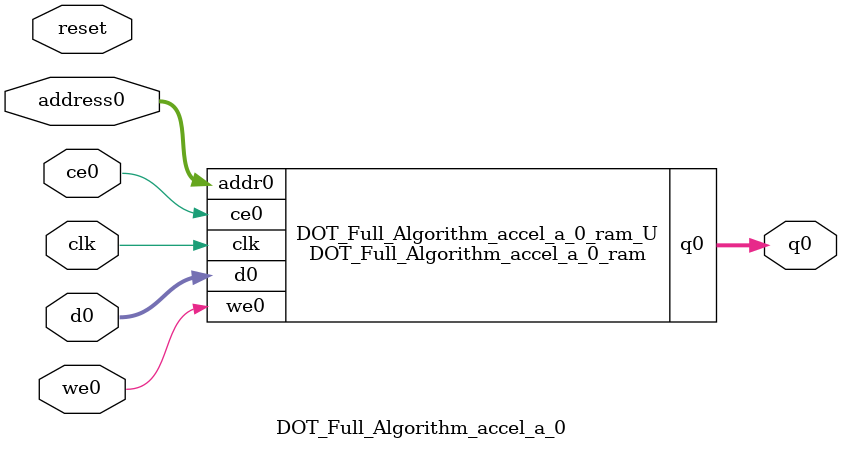
<source format=v>

`timescale 1 ns / 1 ps
module DOT_Full_Algorithm_accel_a_0_ram (addr0, ce0, d0, we0, q0,  clk);

parameter DWIDTH = 32;
parameter AWIDTH = 3;
parameter MEM_SIZE = 6;

input[AWIDTH-1:0] addr0;
input ce0;
input[DWIDTH-1:0] d0;
input we0;
output reg[DWIDTH-1:0] q0;
input clk;

(* ram_style = "distributed" *)reg [DWIDTH-1:0] ram[MEM_SIZE-1:0];




always @(posedge clk)  
begin 
    if (ce0) 
    begin
        if (we0) 
        begin 
            ram[addr0] <= d0; 
            q0 <= d0;
        end 
        else 
            q0 <= ram[addr0];
    end
end


endmodule


`timescale 1 ns / 1 ps
module DOT_Full_Algorithm_accel_a_0(
    reset,
    clk,
    address0,
    ce0,
    we0,
    d0,
    q0);

parameter DataWidth = 32'd32;
parameter AddressRange = 32'd6;
parameter AddressWidth = 32'd3;
input reset;
input clk;
input[AddressWidth - 1:0] address0;
input ce0;
input we0;
input[DataWidth - 1:0] d0;
output[DataWidth - 1:0] q0;



DOT_Full_Algorithm_accel_a_0_ram DOT_Full_Algorithm_accel_a_0_ram_U(
    .clk( clk ),
    .addr0( address0 ),
    .ce0( ce0 ),
    .d0( d0 ),
    .we0( we0 ),
    .q0( q0 ));

endmodule


</source>
